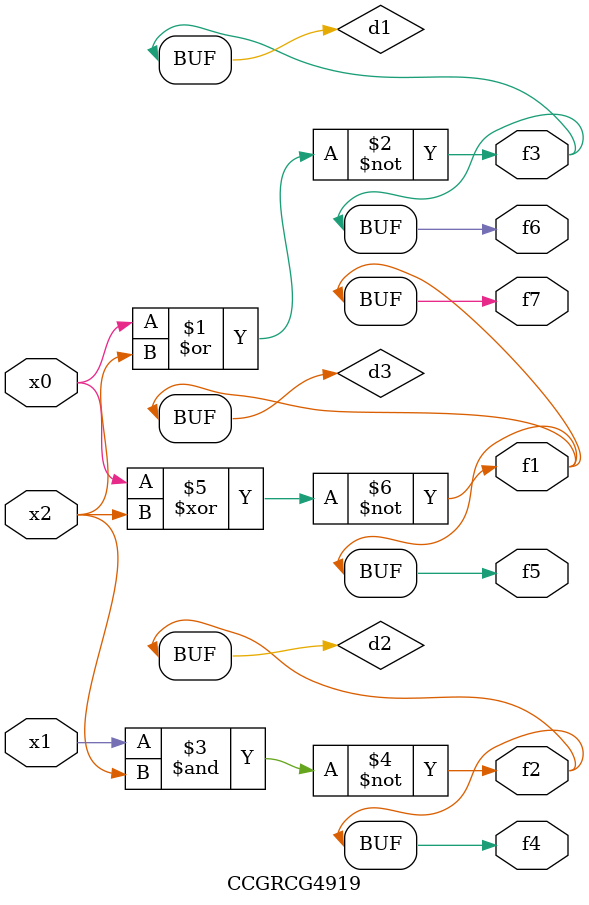
<source format=v>
module CCGRCG4919(
	input x0, x1, x2,
	output f1, f2, f3, f4, f5, f6, f7
);

	wire d1, d2, d3;

	nor (d1, x0, x2);
	nand (d2, x1, x2);
	xnor (d3, x0, x2);
	assign f1 = d3;
	assign f2 = d2;
	assign f3 = d1;
	assign f4 = d2;
	assign f5 = d3;
	assign f6 = d1;
	assign f7 = d3;
endmodule

</source>
